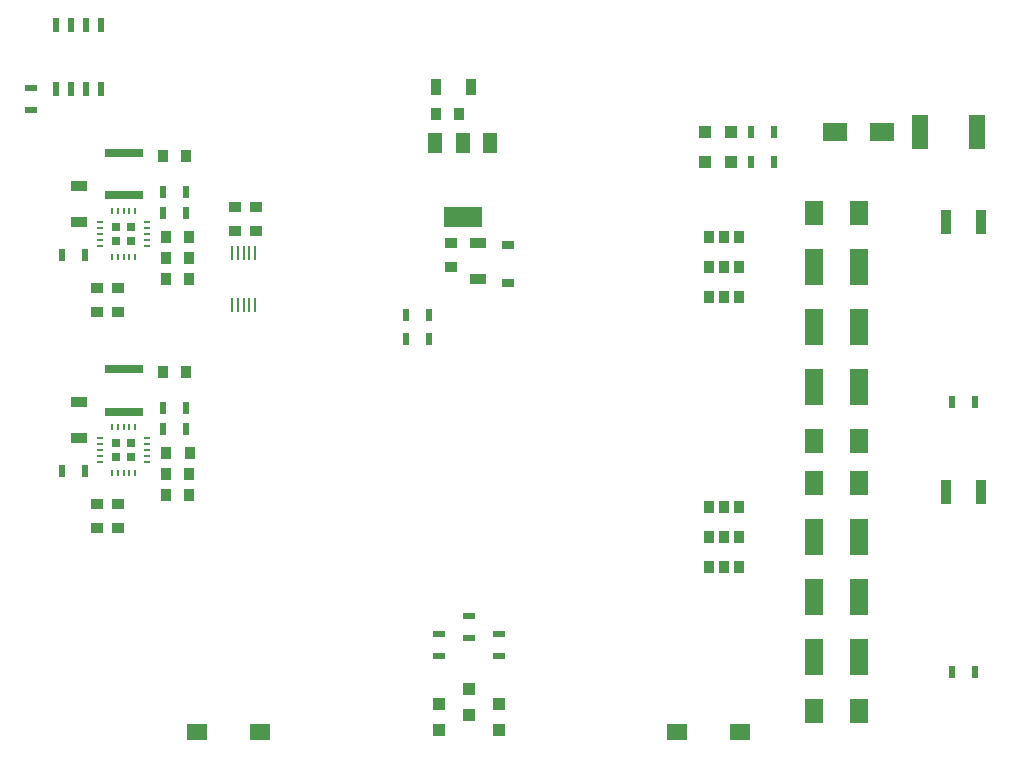
<source format=gbr>
G04 #@! TF.GenerationSoftware,KiCad,Pcbnew,(2018-01-19 revision 673f03e59)-master*
G04 #@! TF.CreationDate,2018-01-28T16:50:16+01:00*
G04 #@! TF.ProjectId,microman-kit,6D6963726F6D616E2D6B69742E6B6963,r1*
G04 #@! TF.SameCoordinates,Original*
G04 #@! TF.FileFunction,Paste,Top*
G04 #@! TF.FilePolarity,Positive*
%FSLAX46Y46*%
G04 Gerber Fmt 4.6, Leading zero omitted, Abs format (unit mm)*
G04 Created by KiCad (PCBNEW (2018-01-19 revision 673f03e59)-master) date Sun Jan 28 16:50:16 2018*
%MOMM*%
%LPD*%
G01*
G04 APERTURE LIST*
%ADD10R,1.008000X1.008000*%
%ADD11R,0.588000X1.092000*%
%ADD12R,0.504000X1.302000*%
%ADD13R,1.008000X0.756000*%
%ADD14R,1.050000X0.840000*%
%ADD15R,0.840000X1.050000*%
%ADD16R,1.344000X0.840000*%
%ADD17R,0.814800X1.066800*%
%ADD18R,0.840000X2.100000*%
%ADD19R,1.512000X2.100000*%
%ADD20R,2.100000X1.512000*%
%ADD21R,3.192000X1.680000*%
%ADD22R,1.260000X1.680000*%
%ADD23R,0.750000X0.750000*%
%ADD24R,0.252000X0.613200*%
%ADD25R,0.613200X0.252000*%
%ADD26R,1.344000X2.940000*%
%ADD27R,1.092000X0.588000*%
%ADD28R,1.680000X1.344000*%
%ADD29R,3.192000X0.756000*%
%ADD30R,0.252000X1.176000*%
%ADD31R,0.840000X1.344000*%
G04 APERTURE END LIST*
D10*
X159682000Y-80010000D03*
X161882000Y-80010000D03*
X161882000Y-77470000D03*
X159682000Y-77470000D03*
D11*
X163642000Y-80010000D03*
X165542000Y-80010000D03*
X165542000Y-77470000D03*
X163642000Y-77470000D03*
D12*
X108585000Y-68420000D03*
X107315000Y-68420000D03*
X106045000Y-68420000D03*
X104775000Y-68420000D03*
X104775000Y-73820000D03*
X106045000Y-73820000D03*
X107315000Y-73820000D03*
X108585000Y-73820000D03*
D13*
X143002000Y-90296000D03*
X143002000Y-86996000D03*
D14*
X119888000Y-85852000D03*
X119888000Y-83852000D03*
D15*
X116062000Y-88138000D03*
X114062000Y-88138000D03*
X114062000Y-106426000D03*
X116062000Y-106426000D03*
X114078000Y-104648000D03*
X116078000Y-104648000D03*
X113808000Y-97790000D03*
X115808000Y-97790000D03*
X114062000Y-108204000D03*
X116062000Y-108204000D03*
X113808000Y-79502000D03*
X115808000Y-79502000D03*
X114062000Y-86360000D03*
X116062000Y-86360000D03*
X116062000Y-89916000D03*
X114062000Y-89916000D03*
D16*
X106680000Y-103354000D03*
X106680000Y-100354000D03*
X106680000Y-82066000D03*
X106680000Y-85066000D03*
D14*
X108204000Y-92694000D03*
X108204000Y-90694000D03*
X109982000Y-108982000D03*
X109982000Y-110982000D03*
X108204000Y-110982000D03*
X108204000Y-108982000D03*
X109982000Y-90694000D03*
X109982000Y-92694000D03*
D16*
X140462000Y-86892000D03*
X140462000Y-89892000D03*
D17*
X162560000Y-111760000D03*
X161290000Y-111760000D03*
X160020000Y-111760000D03*
X160020000Y-114300000D03*
X161290000Y-114300000D03*
X162560000Y-114300000D03*
X162560000Y-88900000D03*
X161290000Y-88900000D03*
X160020000Y-88900000D03*
X160020000Y-91440000D03*
X161290000Y-91440000D03*
X162560000Y-91440000D03*
X162560000Y-109220000D03*
X161290000Y-109220000D03*
X160020000Y-109220000D03*
X160020000Y-86360000D03*
X161290000Y-86360000D03*
X162560000Y-86360000D03*
D18*
X180110000Y-85090000D03*
X183110000Y-85090000D03*
D19*
X172720000Y-84360000D03*
X172720000Y-88360000D03*
X168910000Y-88360000D03*
X168910000Y-84360000D03*
X168910000Y-103600000D03*
X168910000Y-99600000D03*
X172720000Y-99600000D03*
X172720000Y-103600000D03*
X172720000Y-89440000D03*
X172720000Y-93440000D03*
X168910000Y-93440000D03*
X168910000Y-89440000D03*
X168910000Y-98520000D03*
X168910000Y-94520000D03*
X172720000Y-94520000D03*
X172720000Y-98520000D03*
D11*
X182560000Y-100330000D03*
X180660000Y-100330000D03*
D19*
X172720000Y-121380000D03*
X172720000Y-117380000D03*
X172720000Y-126460000D03*
X172720000Y-122460000D03*
X168910000Y-121380000D03*
X168910000Y-117380000D03*
X172720000Y-107220000D03*
X172720000Y-111220000D03*
X168910000Y-107220000D03*
X168910000Y-111220000D03*
X168910000Y-126460000D03*
X168910000Y-122460000D03*
X172720000Y-112300000D03*
X172720000Y-116300000D03*
X168910000Y-112300000D03*
X168910000Y-116300000D03*
D20*
X174720000Y-77470000D03*
X170720000Y-77470000D03*
D11*
X180660000Y-123190000D03*
X182560000Y-123190000D03*
D21*
X139192000Y-84684000D03*
D22*
X139192000Y-78384000D03*
X136892000Y-78384000D03*
X141492000Y-78384000D03*
D23*
X111115000Y-86731000D03*
X111115000Y-85481000D03*
X109865000Y-86731000D03*
X109865000Y-85481000D03*
D24*
X111490000Y-88071000D03*
X110990000Y-88071000D03*
X110490000Y-88071000D03*
X109990000Y-88071000D03*
X109490000Y-88071000D03*
D25*
X108525000Y-87106000D03*
X108525000Y-86606000D03*
X108525000Y-86106000D03*
X108525000Y-85606000D03*
X108525000Y-85106000D03*
D24*
X109490000Y-84141000D03*
X109990000Y-84141000D03*
X110490000Y-84141000D03*
X110990000Y-84141000D03*
X111490000Y-84141000D03*
D25*
X112455000Y-85106000D03*
X112455000Y-85606000D03*
X112455000Y-86106000D03*
X112455000Y-86606000D03*
X112455000Y-87106000D03*
D11*
X115758000Y-84328000D03*
X113858000Y-84328000D03*
D26*
X182780000Y-77470000D03*
X177900000Y-77470000D03*
D27*
X137160000Y-119954000D03*
X137160000Y-121854000D03*
D10*
X142240000Y-128100000D03*
X142240000Y-125900000D03*
X139700000Y-126830000D03*
X139700000Y-124630000D03*
X137160000Y-128100000D03*
X137160000Y-125900000D03*
D11*
X113858000Y-102616000D03*
X115758000Y-102616000D03*
X105288000Y-87884000D03*
X107188000Y-87884000D03*
X107188000Y-106172000D03*
X105288000Y-106172000D03*
X115758000Y-82550000D03*
X113858000Y-82550000D03*
X113858000Y-100838000D03*
X115758000Y-100838000D03*
D27*
X139700000Y-120330000D03*
X139700000Y-118430000D03*
X142240000Y-119954000D03*
X142240000Y-121854000D03*
D15*
X136922000Y-75946000D03*
X138922000Y-75946000D03*
D14*
X138176000Y-88884000D03*
X138176000Y-86884000D03*
D11*
X134432000Y-94996000D03*
X136332000Y-94996000D03*
X136332000Y-92964000D03*
X134432000Y-92964000D03*
D28*
X122080000Y-128270000D03*
X116680000Y-128270000D03*
X162720000Y-128270000D03*
X157320000Y-128270000D03*
D25*
X112455000Y-105394000D03*
X112455000Y-104894000D03*
X112455000Y-104394000D03*
X112455000Y-103894000D03*
X112455000Y-103394000D03*
D24*
X111490000Y-102429000D03*
X110990000Y-102429000D03*
X110490000Y-102429000D03*
X109990000Y-102429000D03*
X109490000Y-102429000D03*
D25*
X108525000Y-103394000D03*
X108525000Y-103894000D03*
X108525000Y-104394000D03*
X108525000Y-104894000D03*
X108525000Y-105394000D03*
D24*
X109490000Y-106359000D03*
X109990000Y-106359000D03*
X110490000Y-106359000D03*
X110990000Y-106359000D03*
X111490000Y-106359000D03*
D23*
X109865000Y-103769000D03*
X109865000Y-105019000D03*
X111115000Y-103769000D03*
X111115000Y-105019000D03*
D29*
X110490000Y-79226000D03*
X110490000Y-82826000D03*
D14*
X121666000Y-85836000D03*
X121666000Y-83836000D03*
D30*
X121650000Y-92116000D03*
X121150000Y-92116000D03*
X120650000Y-92116000D03*
X120150000Y-92116000D03*
X119650000Y-92116000D03*
X119650000Y-87716000D03*
X120150000Y-87716000D03*
X120650000Y-87716000D03*
X121150000Y-87716000D03*
X121650000Y-87716000D03*
D29*
X110490000Y-97536000D03*
X110490000Y-101136000D03*
D31*
X139930000Y-73660000D03*
X136930000Y-73660000D03*
D27*
X102616000Y-75626000D03*
X102616000Y-73726000D03*
D18*
X183110000Y-107950000D03*
X180110000Y-107950000D03*
M02*

</source>
